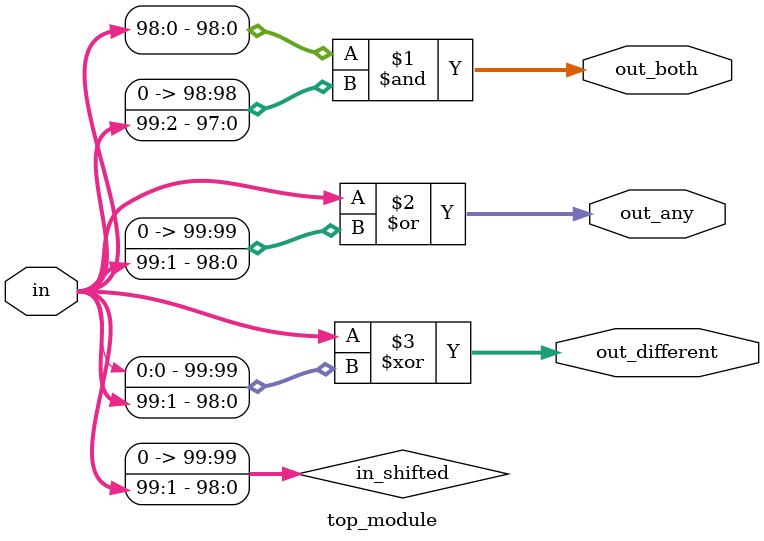
<source format=sv>
module top_module (
	input [99:0] in,
	output [98:0] out_both,
	output [99:0] out_any,
	output [99:0] out_different
);
    wire [99:0] in_shifted;

    // Shift the input signal by one bit to the right
    assign in_shifted = {1'b0, in[99:1]};

    // Generate out_both signal by performing bit-wise AND operation on in[98:0] and in_shifted[99:1]
    assign out_both = in[98:0] & in_shifted[99:1];

    // Generate out_any signal by performing bit-wise OR operation on in
    assign out_any = in | {1'b0, in[99:1]};

    // Generate out_different signal by performing bit-wise XOR operation on in
    assign out_different = in ^ {in[0], in[99:1]};
endmodule

</source>
